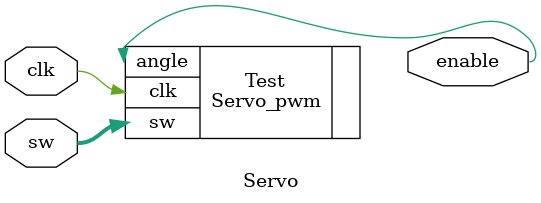
<source format=v>
`timescale 1ns / 1ps


module Servo(
input clk,
input[5:0] sw,
output enable
    );
    
Servo_pwm Test(
.clk(clk),
.sw(sw),
.angle(enable));
        
    
endmodule




</source>
